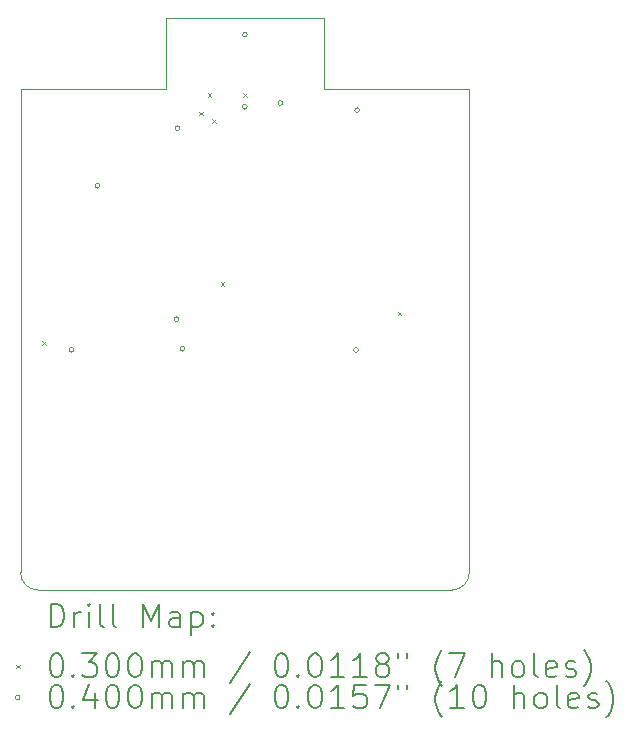
<source format=gbr>
%TF.GenerationSoftware,KiCad,Pcbnew,7.0.8*%
%TF.CreationDate,2023-10-19T20:53:57-07:00*%
%TF.ProjectId,Seismos_4-Thumb,53656973-6d6f-4735-9f34-2d5468756d62,rev?*%
%TF.SameCoordinates,Original*%
%TF.FileFunction,Drillmap*%
%TF.FilePolarity,Positive*%
%FSLAX45Y45*%
G04 Gerber Fmt 4.5, Leading zero omitted, Abs format (unit mm)*
G04 Created by KiCad (PCBNEW 7.0.8) date 2023-10-19 20:53:57*
%MOMM*%
%LPD*%
G01*
G04 APERTURE LIST*
%ADD10C,0.100000*%
%ADD11C,0.200000*%
%ADD12C,0.030000*%
%ADD13C,0.040000*%
G04 APERTURE END LIST*
D10*
X3750000Y-7193934D02*
X3750000Y-3100000D01*
X7400000Y-7343934D02*
X3900000Y-7343934D01*
X3750006Y-7193934D02*
G75*
G03*
X3900000Y-7343934I149994J-6D01*
G01*
X4980000Y-2500000D02*
X4980000Y-3100000D01*
X4700000Y-3100000D02*
X4980000Y-3100000D01*
X6600000Y-3100000D02*
X6320000Y-3100000D01*
X4700000Y-3100000D02*
X3750000Y-3100000D01*
X6600000Y-3100000D02*
X7550000Y-3100000D01*
X7400000Y-7343940D02*
G75*
G03*
X7550000Y-7193934I-10J150010D01*
G01*
X7550000Y-3100000D02*
X7550000Y-7193934D01*
X6320000Y-3100000D02*
X6320000Y-2500000D01*
X4980000Y-2500000D02*
X6320000Y-2500000D01*
D11*
D12*
X3935000Y-5235000D02*
X3965000Y-5265000D01*
X3965000Y-5235000D02*
X3935000Y-5265000D01*
X5265000Y-3295371D02*
X5295000Y-3325371D01*
X5295000Y-3295371D02*
X5265000Y-3325371D01*
X5335000Y-3135000D02*
X5365000Y-3165000D01*
X5365000Y-3135000D02*
X5335000Y-3165000D01*
X5375000Y-3356000D02*
X5405000Y-3386000D01*
X5405000Y-3356000D02*
X5375000Y-3386000D01*
X5445000Y-4735000D02*
X5475000Y-4765000D01*
X5475000Y-4735000D02*
X5445000Y-4765000D01*
X5635000Y-3135000D02*
X5665000Y-3165000D01*
X5665000Y-3135000D02*
X5635000Y-3165000D01*
X6945000Y-4985000D02*
X6975000Y-5015000D01*
X6975000Y-4985000D02*
X6945000Y-5015000D01*
D13*
X4200000Y-5310000D02*
G75*
G03*
X4200000Y-5310000I-20000J0D01*
G01*
X4420000Y-3920000D02*
G75*
G03*
X4420000Y-3920000I-20000J0D01*
G01*
X5090000Y-5050000D02*
G75*
G03*
X5090000Y-5050000I-20000J0D01*
G01*
X5099661Y-3433629D02*
G75*
G03*
X5099661Y-3433629I-20000J0D01*
G01*
X5140000Y-5300000D02*
G75*
G03*
X5140000Y-5300000I-20000J0D01*
G01*
X5668629Y-3251371D02*
G75*
G03*
X5668629Y-3251371I-20000J0D01*
G01*
X5670000Y-2640000D02*
G75*
G03*
X5670000Y-2640000I-20000J0D01*
G01*
X5970000Y-3220000D02*
G75*
G03*
X5970000Y-3220000I-20000J0D01*
G01*
X6610000Y-5310000D02*
G75*
G03*
X6610000Y-5310000I-20000J0D01*
G01*
X6620000Y-3280000D02*
G75*
G03*
X6620000Y-3280000I-20000J0D01*
G01*
D11*
X4005777Y-7660418D02*
X4005777Y-7460418D01*
X4005777Y-7460418D02*
X4053396Y-7460418D01*
X4053396Y-7460418D02*
X4081967Y-7469942D01*
X4081967Y-7469942D02*
X4101015Y-7488989D01*
X4101015Y-7488989D02*
X4110539Y-7508037D01*
X4110539Y-7508037D02*
X4120062Y-7546132D01*
X4120062Y-7546132D02*
X4120062Y-7574703D01*
X4120062Y-7574703D02*
X4110539Y-7612799D01*
X4110539Y-7612799D02*
X4101015Y-7631846D01*
X4101015Y-7631846D02*
X4081967Y-7650894D01*
X4081967Y-7650894D02*
X4053396Y-7660418D01*
X4053396Y-7660418D02*
X4005777Y-7660418D01*
X4205777Y-7660418D02*
X4205777Y-7527084D01*
X4205777Y-7565180D02*
X4215301Y-7546132D01*
X4215301Y-7546132D02*
X4224824Y-7536608D01*
X4224824Y-7536608D02*
X4243872Y-7527084D01*
X4243872Y-7527084D02*
X4262920Y-7527084D01*
X4329586Y-7660418D02*
X4329586Y-7527084D01*
X4329586Y-7460418D02*
X4320063Y-7469942D01*
X4320063Y-7469942D02*
X4329586Y-7479465D01*
X4329586Y-7479465D02*
X4339110Y-7469942D01*
X4339110Y-7469942D02*
X4329586Y-7460418D01*
X4329586Y-7460418D02*
X4329586Y-7479465D01*
X4453396Y-7660418D02*
X4434348Y-7650894D01*
X4434348Y-7650894D02*
X4424824Y-7631846D01*
X4424824Y-7631846D02*
X4424824Y-7460418D01*
X4558158Y-7660418D02*
X4539110Y-7650894D01*
X4539110Y-7650894D02*
X4529586Y-7631846D01*
X4529586Y-7631846D02*
X4529586Y-7460418D01*
X4786729Y-7660418D02*
X4786729Y-7460418D01*
X4786729Y-7460418D02*
X4853396Y-7603275D01*
X4853396Y-7603275D02*
X4920063Y-7460418D01*
X4920063Y-7460418D02*
X4920063Y-7660418D01*
X5101015Y-7660418D02*
X5101015Y-7555656D01*
X5101015Y-7555656D02*
X5091491Y-7536608D01*
X5091491Y-7536608D02*
X5072444Y-7527084D01*
X5072444Y-7527084D02*
X5034348Y-7527084D01*
X5034348Y-7527084D02*
X5015301Y-7536608D01*
X5101015Y-7650894D02*
X5081967Y-7660418D01*
X5081967Y-7660418D02*
X5034348Y-7660418D01*
X5034348Y-7660418D02*
X5015301Y-7650894D01*
X5015301Y-7650894D02*
X5005777Y-7631846D01*
X5005777Y-7631846D02*
X5005777Y-7612799D01*
X5005777Y-7612799D02*
X5015301Y-7593751D01*
X5015301Y-7593751D02*
X5034348Y-7584227D01*
X5034348Y-7584227D02*
X5081967Y-7584227D01*
X5081967Y-7584227D02*
X5101015Y-7574703D01*
X5196253Y-7527084D02*
X5196253Y-7727084D01*
X5196253Y-7536608D02*
X5215301Y-7527084D01*
X5215301Y-7527084D02*
X5253396Y-7527084D01*
X5253396Y-7527084D02*
X5272444Y-7536608D01*
X5272444Y-7536608D02*
X5281967Y-7546132D01*
X5281967Y-7546132D02*
X5291491Y-7565180D01*
X5291491Y-7565180D02*
X5291491Y-7622322D01*
X5291491Y-7622322D02*
X5281967Y-7641370D01*
X5281967Y-7641370D02*
X5272444Y-7650894D01*
X5272444Y-7650894D02*
X5253396Y-7660418D01*
X5253396Y-7660418D02*
X5215301Y-7660418D01*
X5215301Y-7660418D02*
X5196253Y-7650894D01*
X5377205Y-7641370D02*
X5386729Y-7650894D01*
X5386729Y-7650894D02*
X5377205Y-7660418D01*
X5377205Y-7660418D02*
X5367682Y-7650894D01*
X5367682Y-7650894D02*
X5377205Y-7641370D01*
X5377205Y-7641370D02*
X5377205Y-7660418D01*
X5377205Y-7536608D02*
X5386729Y-7546132D01*
X5386729Y-7546132D02*
X5377205Y-7555656D01*
X5377205Y-7555656D02*
X5367682Y-7546132D01*
X5367682Y-7546132D02*
X5377205Y-7536608D01*
X5377205Y-7536608D02*
X5377205Y-7555656D01*
D12*
X3715000Y-7973934D02*
X3745000Y-8003934D01*
X3745000Y-7973934D02*
X3715000Y-8003934D01*
D11*
X4043872Y-7880418D02*
X4062920Y-7880418D01*
X4062920Y-7880418D02*
X4081967Y-7889942D01*
X4081967Y-7889942D02*
X4091491Y-7899465D01*
X4091491Y-7899465D02*
X4101015Y-7918513D01*
X4101015Y-7918513D02*
X4110539Y-7956608D01*
X4110539Y-7956608D02*
X4110539Y-8004227D01*
X4110539Y-8004227D02*
X4101015Y-8042322D01*
X4101015Y-8042322D02*
X4091491Y-8061370D01*
X4091491Y-8061370D02*
X4081967Y-8070894D01*
X4081967Y-8070894D02*
X4062920Y-8080418D01*
X4062920Y-8080418D02*
X4043872Y-8080418D01*
X4043872Y-8080418D02*
X4024824Y-8070894D01*
X4024824Y-8070894D02*
X4015301Y-8061370D01*
X4015301Y-8061370D02*
X4005777Y-8042322D01*
X4005777Y-8042322D02*
X3996253Y-8004227D01*
X3996253Y-8004227D02*
X3996253Y-7956608D01*
X3996253Y-7956608D02*
X4005777Y-7918513D01*
X4005777Y-7918513D02*
X4015301Y-7899465D01*
X4015301Y-7899465D02*
X4024824Y-7889942D01*
X4024824Y-7889942D02*
X4043872Y-7880418D01*
X4196253Y-8061370D02*
X4205777Y-8070894D01*
X4205777Y-8070894D02*
X4196253Y-8080418D01*
X4196253Y-8080418D02*
X4186729Y-8070894D01*
X4186729Y-8070894D02*
X4196253Y-8061370D01*
X4196253Y-8061370D02*
X4196253Y-8080418D01*
X4272444Y-7880418D02*
X4396253Y-7880418D01*
X4396253Y-7880418D02*
X4329586Y-7956608D01*
X4329586Y-7956608D02*
X4358158Y-7956608D01*
X4358158Y-7956608D02*
X4377205Y-7966132D01*
X4377205Y-7966132D02*
X4386729Y-7975656D01*
X4386729Y-7975656D02*
X4396253Y-7994703D01*
X4396253Y-7994703D02*
X4396253Y-8042322D01*
X4396253Y-8042322D02*
X4386729Y-8061370D01*
X4386729Y-8061370D02*
X4377205Y-8070894D01*
X4377205Y-8070894D02*
X4358158Y-8080418D01*
X4358158Y-8080418D02*
X4301015Y-8080418D01*
X4301015Y-8080418D02*
X4281967Y-8070894D01*
X4281967Y-8070894D02*
X4272444Y-8061370D01*
X4520063Y-7880418D02*
X4539110Y-7880418D01*
X4539110Y-7880418D02*
X4558158Y-7889942D01*
X4558158Y-7889942D02*
X4567682Y-7899465D01*
X4567682Y-7899465D02*
X4577205Y-7918513D01*
X4577205Y-7918513D02*
X4586729Y-7956608D01*
X4586729Y-7956608D02*
X4586729Y-8004227D01*
X4586729Y-8004227D02*
X4577205Y-8042322D01*
X4577205Y-8042322D02*
X4567682Y-8061370D01*
X4567682Y-8061370D02*
X4558158Y-8070894D01*
X4558158Y-8070894D02*
X4539110Y-8080418D01*
X4539110Y-8080418D02*
X4520063Y-8080418D01*
X4520063Y-8080418D02*
X4501015Y-8070894D01*
X4501015Y-8070894D02*
X4491491Y-8061370D01*
X4491491Y-8061370D02*
X4481967Y-8042322D01*
X4481967Y-8042322D02*
X4472444Y-8004227D01*
X4472444Y-8004227D02*
X4472444Y-7956608D01*
X4472444Y-7956608D02*
X4481967Y-7918513D01*
X4481967Y-7918513D02*
X4491491Y-7899465D01*
X4491491Y-7899465D02*
X4501015Y-7889942D01*
X4501015Y-7889942D02*
X4520063Y-7880418D01*
X4710539Y-7880418D02*
X4729586Y-7880418D01*
X4729586Y-7880418D02*
X4748634Y-7889942D01*
X4748634Y-7889942D02*
X4758158Y-7899465D01*
X4758158Y-7899465D02*
X4767682Y-7918513D01*
X4767682Y-7918513D02*
X4777205Y-7956608D01*
X4777205Y-7956608D02*
X4777205Y-8004227D01*
X4777205Y-8004227D02*
X4767682Y-8042322D01*
X4767682Y-8042322D02*
X4758158Y-8061370D01*
X4758158Y-8061370D02*
X4748634Y-8070894D01*
X4748634Y-8070894D02*
X4729586Y-8080418D01*
X4729586Y-8080418D02*
X4710539Y-8080418D01*
X4710539Y-8080418D02*
X4691491Y-8070894D01*
X4691491Y-8070894D02*
X4681967Y-8061370D01*
X4681967Y-8061370D02*
X4672444Y-8042322D01*
X4672444Y-8042322D02*
X4662920Y-8004227D01*
X4662920Y-8004227D02*
X4662920Y-7956608D01*
X4662920Y-7956608D02*
X4672444Y-7918513D01*
X4672444Y-7918513D02*
X4681967Y-7899465D01*
X4681967Y-7899465D02*
X4691491Y-7889942D01*
X4691491Y-7889942D02*
X4710539Y-7880418D01*
X4862920Y-8080418D02*
X4862920Y-7947084D01*
X4862920Y-7966132D02*
X4872444Y-7956608D01*
X4872444Y-7956608D02*
X4891491Y-7947084D01*
X4891491Y-7947084D02*
X4920063Y-7947084D01*
X4920063Y-7947084D02*
X4939110Y-7956608D01*
X4939110Y-7956608D02*
X4948634Y-7975656D01*
X4948634Y-7975656D02*
X4948634Y-8080418D01*
X4948634Y-7975656D02*
X4958158Y-7956608D01*
X4958158Y-7956608D02*
X4977205Y-7947084D01*
X4977205Y-7947084D02*
X5005777Y-7947084D01*
X5005777Y-7947084D02*
X5024825Y-7956608D01*
X5024825Y-7956608D02*
X5034348Y-7975656D01*
X5034348Y-7975656D02*
X5034348Y-8080418D01*
X5129586Y-8080418D02*
X5129586Y-7947084D01*
X5129586Y-7966132D02*
X5139110Y-7956608D01*
X5139110Y-7956608D02*
X5158158Y-7947084D01*
X5158158Y-7947084D02*
X5186729Y-7947084D01*
X5186729Y-7947084D02*
X5205777Y-7956608D01*
X5205777Y-7956608D02*
X5215301Y-7975656D01*
X5215301Y-7975656D02*
X5215301Y-8080418D01*
X5215301Y-7975656D02*
X5224825Y-7956608D01*
X5224825Y-7956608D02*
X5243872Y-7947084D01*
X5243872Y-7947084D02*
X5272444Y-7947084D01*
X5272444Y-7947084D02*
X5291491Y-7956608D01*
X5291491Y-7956608D02*
X5301015Y-7975656D01*
X5301015Y-7975656D02*
X5301015Y-8080418D01*
X5691491Y-7870894D02*
X5520063Y-8128037D01*
X5948634Y-7880418D02*
X5967682Y-7880418D01*
X5967682Y-7880418D02*
X5986729Y-7889942D01*
X5986729Y-7889942D02*
X5996253Y-7899465D01*
X5996253Y-7899465D02*
X6005777Y-7918513D01*
X6005777Y-7918513D02*
X6015301Y-7956608D01*
X6015301Y-7956608D02*
X6015301Y-8004227D01*
X6015301Y-8004227D02*
X6005777Y-8042322D01*
X6005777Y-8042322D02*
X5996253Y-8061370D01*
X5996253Y-8061370D02*
X5986729Y-8070894D01*
X5986729Y-8070894D02*
X5967682Y-8080418D01*
X5967682Y-8080418D02*
X5948634Y-8080418D01*
X5948634Y-8080418D02*
X5929586Y-8070894D01*
X5929586Y-8070894D02*
X5920063Y-8061370D01*
X5920063Y-8061370D02*
X5910539Y-8042322D01*
X5910539Y-8042322D02*
X5901015Y-8004227D01*
X5901015Y-8004227D02*
X5901015Y-7956608D01*
X5901015Y-7956608D02*
X5910539Y-7918513D01*
X5910539Y-7918513D02*
X5920063Y-7899465D01*
X5920063Y-7899465D02*
X5929586Y-7889942D01*
X5929586Y-7889942D02*
X5948634Y-7880418D01*
X6101015Y-8061370D02*
X6110539Y-8070894D01*
X6110539Y-8070894D02*
X6101015Y-8080418D01*
X6101015Y-8080418D02*
X6091491Y-8070894D01*
X6091491Y-8070894D02*
X6101015Y-8061370D01*
X6101015Y-8061370D02*
X6101015Y-8080418D01*
X6234348Y-7880418D02*
X6253396Y-7880418D01*
X6253396Y-7880418D02*
X6272444Y-7889942D01*
X6272444Y-7889942D02*
X6281967Y-7899465D01*
X6281967Y-7899465D02*
X6291491Y-7918513D01*
X6291491Y-7918513D02*
X6301015Y-7956608D01*
X6301015Y-7956608D02*
X6301015Y-8004227D01*
X6301015Y-8004227D02*
X6291491Y-8042322D01*
X6291491Y-8042322D02*
X6281967Y-8061370D01*
X6281967Y-8061370D02*
X6272444Y-8070894D01*
X6272444Y-8070894D02*
X6253396Y-8080418D01*
X6253396Y-8080418D02*
X6234348Y-8080418D01*
X6234348Y-8080418D02*
X6215301Y-8070894D01*
X6215301Y-8070894D02*
X6205777Y-8061370D01*
X6205777Y-8061370D02*
X6196253Y-8042322D01*
X6196253Y-8042322D02*
X6186729Y-8004227D01*
X6186729Y-8004227D02*
X6186729Y-7956608D01*
X6186729Y-7956608D02*
X6196253Y-7918513D01*
X6196253Y-7918513D02*
X6205777Y-7899465D01*
X6205777Y-7899465D02*
X6215301Y-7889942D01*
X6215301Y-7889942D02*
X6234348Y-7880418D01*
X6491491Y-8080418D02*
X6377206Y-8080418D01*
X6434348Y-8080418D02*
X6434348Y-7880418D01*
X6434348Y-7880418D02*
X6415301Y-7908989D01*
X6415301Y-7908989D02*
X6396253Y-7928037D01*
X6396253Y-7928037D02*
X6377206Y-7937561D01*
X6681967Y-8080418D02*
X6567682Y-8080418D01*
X6624825Y-8080418D02*
X6624825Y-7880418D01*
X6624825Y-7880418D02*
X6605777Y-7908989D01*
X6605777Y-7908989D02*
X6586729Y-7928037D01*
X6586729Y-7928037D02*
X6567682Y-7937561D01*
X6796253Y-7966132D02*
X6777206Y-7956608D01*
X6777206Y-7956608D02*
X6767682Y-7947084D01*
X6767682Y-7947084D02*
X6758158Y-7928037D01*
X6758158Y-7928037D02*
X6758158Y-7918513D01*
X6758158Y-7918513D02*
X6767682Y-7899465D01*
X6767682Y-7899465D02*
X6777206Y-7889942D01*
X6777206Y-7889942D02*
X6796253Y-7880418D01*
X6796253Y-7880418D02*
X6834348Y-7880418D01*
X6834348Y-7880418D02*
X6853396Y-7889942D01*
X6853396Y-7889942D02*
X6862920Y-7899465D01*
X6862920Y-7899465D02*
X6872444Y-7918513D01*
X6872444Y-7918513D02*
X6872444Y-7928037D01*
X6872444Y-7928037D02*
X6862920Y-7947084D01*
X6862920Y-7947084D02*
X6853396Y-7956608D01*
X6853396Y-7956608D02*
X6834348Y-7966132D01*
X6834348Y-7966132D02*
X6796253Y-7966132D01*
X6796253Y-7966132D02*
X6777206Y-7975656D01*
X6777206Y-7975656D02*
X6767682Y-7985180D01*
X6767682Y-7985180D02*
X6758158Y-8004227D01*
X6758158Y-8004227D02*
X6758158Y-8042322D01*
X6758158Y-8042322D02*
X6767682Y-8061370D01*
X6767682Y-8061370D02*
X6777206Y-8070894D01*
X6777206Y-8070894D02*
X6796253Y-8080418D01*
X6796253Y-8080418D02*
X6834348Y-8080418D01*
X6834348Y-8080418D02*
X6853396Y-8070894D01*
X6853396Y-8070894D02*
X6862920Y-8061370D01*
X6862920Y-8061370D02*
X6872444Y-8042322D01*
X6872444Y-8042322D02*
X6872444Y-8004227D01*
X6872444Y-8004227D02*
X6862920Y-7985180D01*
X6862920Y-7985180D02*
X6853396Y-7975656D01*
X6853396Y-7975656D02*
X6834348Y-7966132D01*
X6948634Y-7880418D02*
X6948634Y-7918513D01*
X7024825Y-7880418D02*
X7024825Y-7918513D01*
X7320063Y-8156608D02*
X7310539Y-8147084D01*
X7310539Y-8147084D02*
X7291491Y-8118513D01*
X7291491Y-8118513D02*
X7281968Y-8099465D01*
X7281968Y-8099465D02*
X7272444Y-8070894D01*
X7272444Y-8070894D02*
X7262920Y-8023275D01*
X7262920Y-8023275D02*
X7262920Y-7985180D01*
X7262920Y-7985180D02*
X7272444Y-7937561D01*
X7272444Y-7937561D02*
X7281968Y-7908989D01*
X7281968Y-7908989D02*
X7291491Y-7889942D01*
X7291491Y-7889942D02*
X7310539Y-7861370D01*
X7310539Y-7861370D02*
X7320063Y-7851846D01*
X7377206Y-7880418D02*
X7510539Y-7880418D01*
X7510539Y-7880418D02*
X7424825Y-8080418D01*
X7739110Y-8080418D02*
X7739110Y-7880418D01*
X7824825Y-8080418D02*
X7824825Y-7975656D01*
X7824825Y-7975656D02*
X7815301Y-7956608D01*
X7815301Y-7956608D02*
X7796253Y-7947084D01*
X7796253Y-7947084D02*
X7767682Y-7947084D01*
X7767682Y-7947084D02*
X7748634Y-7956608D01*
X7748634Y-7956608D02*
X7739110Y-7966132D01*
X7948634Y-8080418D02*
X7929587Y-8070894D01*
X7929587Y-8070894D02*
X7920063Y-8061370D01*
X7920063Y-8061370D02*
X7910539Y-8042322D01*
X7910539Y-8042322D02*
X7910539Y-7985180D01*
X7910539Y-7985180D02*
X7920063Y-7966132D01*
X7920063Y-7966132D02*
X7929587Y-7956608D01*
X7929587Y-7956608D02*
X7948634Y-7947084D01*
X7948634Y-7947084D02*
X7977206Y-7947084D01*
X7977206Y-7947084D02*
X7996253Y-7956608D01*
X7996253Y-7956608D02*
X8005777Y-7966132D01*
X8005777Y-7966132D02*
X8015301Y-7985180D01*
X8015301Y-7985180D02*
X8015301Y-8042322D01*
X8015301Y-8042322D02*
X8005777Y-8061370D01*
X8005777Y-8061370D02*
X7996253Y-8070894D01*
X7996253Y-8070894D02*
X7977206Y-8080418D01*
X7977206Y-8080418D02*
X7948634Y-8080418D01*
X8129587Y-8080418D02*
X8110539Y-8070894D01*
X8110539Y-8070894D02*
X8101015Y-8051846D01*
X8101015Y-8051846D02*
X8101015Y-7880418D01*
X8281968Y-8070894D02*
X8262920Y-8080418D01*
X8262920Y-8080418D02*
X8224825Y-8080418D01*
X8224825Y-8080418D02*
X8205777Y-8070894D01*
X8205777Y-8070894D02*
X8196253Y-8051846D01*
X8196253Y-8051846D02*
X8196253Y-7975656D01*
X8196253Y-7975656D02*
X8205777Y-7956608D01*
X8205777Y-7956608D02*
X8224825Y-7947084D01*
X8224825Y-7947084D02*
X8262920Y-7947084D01*
X8262920Y-7947084D02*
X8281968Y-7956608D01*
X8281968Y-7956608D02*
X8291491Y-7975656D01*
X8291491Y-7975656D02*
X8291491Y-7994703D01*
X8291491Y-7994703D02*
X8196253Y-8013751D01*
X8367682Y-8070894D02*
X8386730Y-8080418D01*
X8386730Y-8080418D02*
X8424825Y-8080418D01*
X8424825Y-8080418D02*
X8443873Y-8070894D01*
X8443873Y-8070894D02*
X8453396Y-8051846D01*
X8453396Y-8051846D02*
X8453396Y-8042322D01*
X8453396Y-8042322D02*
X8443873Y-8023275D01*
X8443873Y-8023275D02*
X8424825Y-8013751D01*
X8424825Y-8013751D02*
X8396253Y-8013751D01*
X8396253Y-8013751D02*
X8377206Y-8004227D01*
X8377206Y-8004227D02*
X8367682Y-7985180D01*
X8367682Y-7985180D02*
X8367682Y-7975656D01*
X8367682Y-7975656D02*
X8377206Y-7956608D01*
X8377206Y-7956608D02*
X8396253Y-7947084D01*
X8396253Y-7947084D02*
X8424825Y-7947084D01*
X8424825Y-7947084D02*
X8443873Y-7956608D01*
X8520063Y-8156608D02*
X8529587Y-8147084D01*
X8529587Y-8147084D02*
X8548634Y-8118513D01*
X8548634Y-8118513D02*
X8558158Y-8099465D01*
X8558158Y-8099465D02*
X8567682Y-8070894D01*
X8567682Y-8070894D02*
X8577206Y-8023275D01*
X8577206Y-8023275D02*
X8577206Y-7985180D01*
X8577206Y-7985180D02*
X8567682Y-7937561D01*
X8567682Y-7937561D02*
X8558158Y-7908989D01*
X8558158Y-7908989D02*
X8548634Y-7889942D01*
X8548634Y-7889942D02*
X8529587Y-7861370D01*
X8529587Y-7861370D02*
X8520063Y-7851846D01*
D13*
X3745000Y-8252934D02*
G75*
G03*
X3745000Y-8252934I-20000J0D01*
G01*
D11*
X4043872Y-8144418D02*
X4062920Y-8144418D01*
X4062920Y-8144418D02*
X4081967Y-8153942D01*
X4081967Y-8153942D02*
X4091491Y-8163465D01*
X4091491Y-8163465D02*
X4101015Y-8182513D01*
X4101015Y-8182513D02*
X4110539Y-8220608D01*
X4110539Y-8220608D02*
X4110539Y-8268227D01*
X4110539Y-8268227D02*
X4101015Y-8306322D01*
X4101015Y-8306322D02*
X4091491Y-8325370D01*
X4091491Y-8325370D02*
X4081967Y-8334894D01*
X4081967Y-8334894D02*
X4062920Y-8344418D01*
X4062920Y-8344418D02*
X4043872Y-8344418D01*
X4043872Y-8344418D02*
X4024824Y-8334894D01*
X4024824Y-8334894D02*
X4015301Y-8325370D01*
X4015301Y-8325370D02*
X4005777Y-8306322D01*
X4005777Y-8306322D02*
X3996253Y-8268227D01*
X3996253Y-8268227D02*
X3996253Y-8220608D01*
X3996253Y-8220608D02*
X4005777Y-8182513D01*
X4005777Y-8182513D02*
X4015301Y-8163465D01*
X4015301Y-8163465D02*
X4024824Y-8153942D01*
X4024824Y-8153942D02*
X4043872Y-8144418D01*
X4196253Y-8325370D02*
X4205777Y-8334894D01*
X4205777Y-8334894D02*
X4196253Y-8344418D01*
X4196253Y-8344418D02*
X4186729Y-8334894D01*
X4186729Y-8334894D02*
X4196253Y-8325370D01*
X4196253Y-8325370D02*
X4196253Y-8344418D01*
X4377205Y-8211084D02*
X4377205Y-8344418D01*
X4329586Y-8134894D02*
X4281967Y-8277751D01*
X4281967Y-8277751D02*
X4405777Y-8277751D01*
X4520063Y-8144418D02*
X4539110Y-8144418D01*
X4539110Y-8144418D02*
X4558158Y-8153942D01*
X4558158Y-8153942D02*
X4567682Y-8163465D01*
X4567682Y-8163465D02*
X4577205Y-8182513D01*
X4577205Y-8182513D02*
X4586729Y-8220608D01*
X4586729Y-8220608D02*
X4586729Y-8268227D01*
X4586729Y-8268227D02*
X4577205Y-8306322D01*
X4577205Y-8306322D02*
X4567682Y-8325370D01*
X4567682Y-8325370D02*
X4558158Y-8334894D01*
X4558158Y-8334894D02*
X4539110Y-8344418D01*
X4539110Y-8344418D02*
X4520063Y-8344418D01*
X4520063Y-8344418D02*
X4501015Y-8334894D01*
X4501015Y-8334894D02*
X4491491Y-8325370D01*
X4491491Y-8325370D02*
X4481967Y-8306322D01*
X4481967Y-8306322D02*
X4472444Y-8268227D01*
X4472444Y-8268227D02*
X4472444Y-8220608D01*
X4472444Y-8220608D02*
X4481967Y-8182513D01*
X4481967Y-8182513D02*
X4491491Y-8163465D01*
X4491491Y-8163465D02*
X4501015Y-8153942D01*
X4501015Y-8153942D02*
X4520063Y-8144418D01*
X4710539Y-8144418D02*
X4729586Y-8144418D01*
X4729586Y-8144418D02*
X4748634Y-8153942D01*
X4748634Y-8153942D02*
X4758158Y-8163465D01*
X4758158Y-8163465D02*
X4767682Y-8182513D01*
X4767682Y-8182513D02*
X4777205Y-8220608D01*
X4777205Y-8220608D02*
X4777205Y-8268227D01*
X4777205Y-8268227D02*
X4767682Y-8306322D01*
X4767682Y-8306322D02*
X4758158Y-8325370D01*
X4758158Y-8325370D02*
X4748634Y-8334894D01*
X4748634Y-8334894D02*
X4729586Y-8344418D01*
X4729586Y-8344418D02*
X4710539Y-8344418D01*
X4710539Y-8344418D02*
X4691491Y-8334894D01*
X4691491Y-8334894D02*
X4681967Y-8325370D01*
X4681967Y-8325370D02*
X4672444Y-8306322D01*
X4672444Y-8306322D02*
X4662920Y-8268227D01*
X4662920Y-8268227D02*
X4662920Y-8220608D01*
X4662920Y-8220608D02*
X4672444Y-8182513D01*
X4672444Y-8182513D02*
X4681967Y-8163465D01*
X4681967Y-8163465D02*
X4691491Y-8153942D01*
X4691491Y-8153942D02*
X4710539Y-8144418D01*
X4862920Y-8344418D02*
X4862920Y-8211084D01*
X4862920Y-8230132D02*
X4872444Y-8220608D01*
X4872444Y-8220608D02*
X4891491Y-8211084D01*
X4891491Y-8211084D02*
X4920063Y-8211084D01*
X4920063Y-8211084D02*
X4939110Y-8220608D01*
X4939110Y-8220608D02*
X4948634Y-8239656D01*
X4948634Y-8239656D02*
X4948634Y-8344418D01*
X4948634Y-8239656D02*
X4958158Y-8220608D01*
X4958158Y-8220608D02*
X4977205Y-8211084D01*
X4977205Y-8211084D02*
X5005777Y-8211084D01*
X5005777Y-8211084D02*
X5024825Y-8220608D01*
X5024825Y-8220608D02*
X5034348Y-8239656D01*
X5034348Y-8239656D02*
X5034348Y-8344418D01*
X5129586Y-8344418D02*
X5129586Y-8211084D01*
X5129586Y-8230132D02*
X5139110Y-8220608D01*
X5139110Y-8220608D02*
X5158158Y-8211084D01*
X5158158Y-8211084D02*
X5186729Y-8211084D01*
X5186729Y-8211084D02*
X5205777Y-8220608D01*
X5205777Y-8220608D02*
X5215301Y-8239656D01*
X5215301Y-8239656D02*
X5215301Y-8344418D01*
X5215301Y-8239656D02*
X5224825Y-8220608D01*
X5224825Y-8220608D02*
X5243872Y-8211084D01*
X5243872Y-8211084D02*
X5272444Y-8211084D01*
X5272444Y-8211084D02*
X5291491Y-8220608D01*
X5291491Y-8220608D02*
X5301015Y-8239656D01*
X5301015Y-8239656D02*
X5301015Y-8344418D01*
X5691491Y-8134894D02*
X5520063Y-8392037D01*
X5948634Y-8144418D02*
X5967682Y-8144418D01*
X5967682Y-8144418D02*
X5986729Y-8153942D01*
X5986729Y-8153942D02*
X5996253Y-8163465D01*
X5996253Y-8163465D02*
X6005777Y-8182513D01*
X6005777Y-8182513D02*
X6015301Y-8220608D01*
X6015301Y-8220608D02*
X6015301Y-8268227D01*
X6015301Y-8268227D02*
X6005777Y-8306322D01*
X6005777Y-8306322D02*
X5996253Y-8325370D01*
X5996253Y-8325370D02*
X5986729Y-8334894D01*
X5986729Y-8334894D02*
X5967682Y-8344418D01*
X5967682Y-8344418D02*
X5948634Y-8344418D01*
X5948634Y-8344418D02*
X5929586Y-8334894D01*
X5929586Y-8334894D02*
X5920063Y-8325370D01*
X5920063Y-8325370D02*
X5910539Y-8306322D01*
X5910539Y-8306322D02*
X5901015Y-8268227D01*
X5901015Y-8268227D02*
X5901015Y-8220608D01*
X5901015Y-8220608D02*
X5910539Y-8182513D01*
X5910539Y-8182513D02*
X5920063Y-8163465D01*
X5920063Y-8163465D02*
X5929586Y-8153942D01*
X5929586Y-8153942D02*
X5948634Y-8144418D01*
X6101015Y-8325370D02*
X6110539Y-8334894D01*
X6110539Y-8334894D02*
X6101015Y-8344418D01*
X6101015Y-8344418D02*
X6091491Y-8334894D01*
X6091491Y-8334894D02*
X6101015Y-8325370D01*
X6101015Y-8325370D02*
X6101015Y-8344418D01*
X6234348Y-8144418D02*
X6253396Y-8144418D01*
X6253396Y-8144418D02*
X6272444Y-8153942D01*
X6272444Y-8153942D02*
X6281967Y-8163465D01*
X6281967Y-8163465D02*
X6291491Y-8182513D01*
X6291491Y-8182513D02*
X6301015Y-8220608D01*
X6301015Y-8220608D02*
X6301015Y-8268227D01*
X6301015Y-8268227D02*
X6291491Y-8306322D01*
X6291491Y-8306322D02*
X6281967Y-8325370D01*
X6281967Y-8325370D02*
X6272444Y-8334894D01*
X6272444Y-8334894D02*
X6253396Y-8344418D01*
X6253396Y-8344418D02*
X6234348Y-8344418D01*
X6234348Y-8344418D02*
X6215301Y-8334894D01*
X6215301Y-8334894D02*
X6205777Y-8325370D01*
X6205777Y-8325370D02*
X6196253Y-8306322D01*
X6196253Y-8306322D02*
X6186729Y-8268227D01*
X6186729Y-8268227D02*
X6186729Y-8220608D01*
X6186729Y-8220608D02*
X6196253Y-8182513D01*
X6196253Y-8182513D02*
X6205777Y-8163465D01*
X6205777Y-8163465D02*
X6215301Y-8153942D01*
X6215301Y-8153942D02*
X6234348Y-8144418D01*
X6491491Y-8344418D02*
X6377206Y-8344418D01*
X6434348Y-8344418D02*
X6434348Y-8144418D01*
X6434348Y-8144418D02*
X6415301Y-8172989D01*
X6415301Y-8172989D02*
X6396253Y-8192037D01*
X6396253Y-8192037D02*
X6377206Y-8201561D01*
X6672444Y-8144418D02*
X6577206Y-8144418D01*
X6577206Y-8144418D02*
X6567682Y-8239656D01*
X6567682Y-8239656D02*
X6577206Y-8230132D01*
X6577206Y-8230132D02*
X6596253Y-8220608D01*
X6596253Y-8220608D02*
X6643872Y-8220608D01*
X6643872Y-8220608D02*
X6662920Y-8230132D01*
X6662920Y-8230132D02*
X6672444Y-8239656D01*
X6672444Y-8239656D02*
X6681967Y-8258703D01*
X6681967Y-8258703D02*
X6681967Y-8306322D01*
X6681967Y-8306322D02*
X6672444Y-8325370D01*
X6672444Y-8325370D02*
X6662920Y-8334894D01*
X6662920Y-8334894D02*
X6643872Y-8344418D01*
X6643872Y-8344418D02*
X6596253Y-8344418D01*
X6596253Y-8344418D02*
X6577206Y-8334894D01*
X6577206Y-8334894D02*
X6567682Y-8325370D01*
X6748634Y-8144418D02*
X6881967Y-8144418D01*
X6881967Y-8144418D02*
X6796253Y-8344418D01*
X6948634Y-8144418D02*
X6948634Y-8182513D01*
X7024825Y-8144418D02*
X7024825Y-8182513D01*
X7320063Y-8420608D02*
X7310539Y-8411084D01*
X7310539Y-8411084D02*
X7291491Y-8382513D01*
X7291491Y-8382513D02*
X7281968Y-8363465D01*
X7281968Y-8363465D02*
X7272444Y-8334894D01*
X7272444Y-8334894D02*
X7262920Y-8287275D01*
X7262920Y-8287275D02*
X7262920Y-8249180D01*
X7262920Y-8249180D02*
X7272444Y-8201561D01*
X7272444Y-8201561D02*
X7281968Y-8172989D01*
X7281968Y-8172989D02*
X7291491Y-8153942D01*
X7291491Y-8153942D02*
X7310539Y-8125370D01*
X7310539Y-8125370D02*
X7320063Y-8115846D01*
X7501015Y-8344418D02*
X7386729Y-8344418D01*
X7443872Y-8344418D02*
X7443872Y-8144418D01*
X7443872Y-8144418D02*
X7424825Y-8172989D01*
X7424825Y-8172989D02*
X7405777Y-8192037D01*
X7405777Y-8192037D02*
X7386729Y-8201561D01*
X7624825Y-8144418D02*
X7643872Y-8144418D01*
X7643872Y-8144418D02*
X7662920Y-8153942D01*
X7662920Y-8153942D02*
X7672444Y-8163465D01*
X7672444Y-8163465D02*
X7681968Y-8182513D01*
X7681968Y-8182513D02*
X7691491Y-8220608D01*
X7691491Y-8220608D02*
X7691491Y-8268227D01*
X7691491Y-8268227D02*
X7681968Y-8306322D01*
X7681968Y-8306322D02*
X7672444Y-8325370D01*
X7672444Y-8325370D02*
X7662920Y-8334894D01*
X7662920Y-8334894D02*
X7643872Y-8344418D01*
X7643872Y-8344418D02*
X7624825Y-8344418D01*
X7624825Y-8344418D02*
X7605777Y-8334894D01*
X7605777Y-8334894D02*
X7596253Y-8325370D01*
X7596253Y-8325370D02*
X7586729Y-8306322D01*
X7586729Y-8306322D02*
X7577206Y-8268227D01*
X7577206Y-8268227D02*
X7577206Y-8220608D01*
X7577206Y-8220608D02*
X7586729Y-8182513D01*
X7586729Y-8182513D02*
X7596253Y-8163465D01*
X7596253Y-8163465D02*
X7605777Y-8153942D01*
X7605777Y-8153942D02*
X7624825Y-8144418D01*
X7929587Y-8344418D02*
X7929587Y-8144418D01*
X8015301Y-8344418D02*
X8015301Y-8239656D01*
X8015301Y-8239656D02*
X8005777Y-8220608D01*
X8005777Y-8220608D02*
X7986730Y-8211084D01*
X7986730Y-8211084D02*
X7958158Y-8211084D01*
X7958158Y-8211084D02*
X7939110Y-8220608D01*
X7939110Y-8220608D02*
X7929587Y-8230132D01*
X8139110Y-8344418D02*
X8120063Y-8334894D01*
X8120063Y-8334894D02*
X8110539Y-8325370D01*
X8110539Y-8325370D02*
X8101015Y-8306322D01*
X8101015Y-8306322D02*
X8101015Y-8249180D01*
X8101015Y-8249180D02*
X8110539Y-8230132D01*
X8110539Y-8230132D02*
X8120063Y-8220608D01*
X8120063Y-8220608D02*
X8139110Y-8211084D01*
X8139110Y-8211084D02*
X8167682Y-8211084D01*
X8167682Y-8211084D02*
X8186730Y-8220608D01*
X8186730Y-8220608D02*
X8196253Y-8230132D01*
X8196253Y-8230132D02*
X8205777Y-8249180D01*
X8205777Y-8249180D02*
X8205777Y-8306322D01*
X8205777Y-8306322D02*
X8196253Y-8325370D01*
X8196253Y-8325370D02*
X8186730Y-8334894D01*
X8186730Y-8334894D02*
X8167682Y-8344418D01*
X8167682Y-8344418D02*
X8139110Y-8344418D01*
X8320063Y-8344418D02*
X8301015Y-8334894D01*
X8301015Y-8334894D02*
X8291491Y-8315846D01*
X8291491Y-8315846D02*
X8291491Y-8144418D01*
X8472444Y-8334894D02*
X8453396Y-8344418D01*
X8453396Y-8344418D02*
X8415301Y-8344418D01*
X8415301Y-8344418D02*
X8396253Y-8334894D01*
X8396253Y-8334894D02*
X8386730Y-8315846D01*
X8386730Y-8315846D02*
X8386730Y-8239656D01*
X8386730Y-8239656D02*
X8396253Y-8220608D01*
X8396253Y-8220608D02*
X8415301Y-8211084D01*
X8415301Y-8211084D02*
X8453396Y-8211084D01*
X8453396Y-8211084D02*
X8472444Y-8220608D01*
X8472444Y-8220608D02*
X8481968Y-8239656D01*
X8481968Y-8239656D02*
X8481968Y-8258703D01*
X8481968Y-8258703D02*
X8386730Y-8277751D01*
X8558158Y-8334894D02*
X8577206Y-8344418D01*
X8577206Y-8344418D02*
X8615301Y-8344418D01*
X8615301Y-8344418D02*
X8634349Y-8334894D01*
X8634349Y-8334894D02*
X8643873Y-8315846D01*
X8643873Y-8315846D02*
X8643873Y-8306322D01*
X8643873Y-8306322D02*
X8634349Y-8287275D01*
X8634349Y-8287275D02*
X8615301Y-8277751D01*
X8615301Y-8277751D02*
X8586730Y-8277751D01*
X8586730Y-8277751D02*
X8567682Y-8268227D01*
X8567682Y-8268227D02*
X8558158Y-8249180D01*
X8558158Y-8249180D02*
X8558158Y-8239656D01*
X8558158Y-8239656D02*
X8567682Y-8220608D01*
X8567682Y-8220608D02*
X8586730Y-8211084D01*
X8586730Y-8211084D02*
X8615301Y-8211084D01*
X8615301Y-8211084D02*
X8634349Y-8220608D01*
X8710539Y-8420608D02*
X8720063Y-8411084D01*
X8720063Y-8411084D02*
X8739111Y-8382513D01*
X8739111Y-8382513D02*
X8748634Y-8363465D01*
X8748634Y-8363465D02*
X8758158Y-8334894D01*
X8758158Y-8334894D02*
X8767682Y-8287275D01*
X8767682Y-8287275D02*
X8767682Y-8249180D01*
X8767682Y-8249180D02*
X8758158Y-8201561D01*
X8758158Y-8201561D02*
X8748634Y-8172989D01*
X8748634Y-8172989D02*
X8739111Y-8153942D01*
X8739111Y-8153942D02*
X8720063Y-8125370D01*
X8720063Y-8125370D02*
X8710539Y-8115846D01*
M02*

</source>
